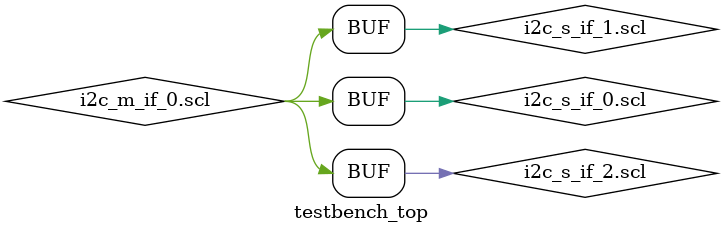
<source format=sv>
/*
Copyright (C) 2009 SysWip

This program is free software: you can redistribute it and/or modify
it under the terms of the GNU General Public License as published by
the Free Software Foundation, either version 3 of the License, or
any later version.

This program is distributed in the hope that it will be useful,
but WITHOUT ANY WARRANTY; without even the implied warranty of
MERCHANTABILITY or FITNESS FOR A PARTICULAR PURPOSE.  See the
GNU General Public License for more details.

You should have received a copy of the GNU General Public License
along with this program.  If not, see <http://www.gnu.org/licenses/>.
*/

`timescale 1ns/10ps

module testbench_top;
  //
  wire sda;
  //
  assign i2c_s_if_0.scl     = i2c_m_if_0.scl;
  assign i2c_s_if_1.scl     = i2c_m_if_0.scl;
  assign i2c_s_if_2.scl     = i2c_m_if_0.scl;
  // I2C master interface
  i2c_m_if i2c_m_if_0(.sda(sda));
  // I2C slave interface
  i2c_s_if i2c_s_if_0(.sda(sda));
  i2c_s_if i2c_s_if_1(.sda(sda));
  i2c_s_if i2c_s_if_2(.sda(sda));
  // Test
  test u_test(.i2c_ifc_m(i2c_m_if_0),
              .i2c_ifc_s_0(i2c_s_if_0),
              .i2c_ifc_s_1(i2c_s_if_1),
              .i2c_ifc_s_2(i2c_s_if_2));

endmodule

</source>
